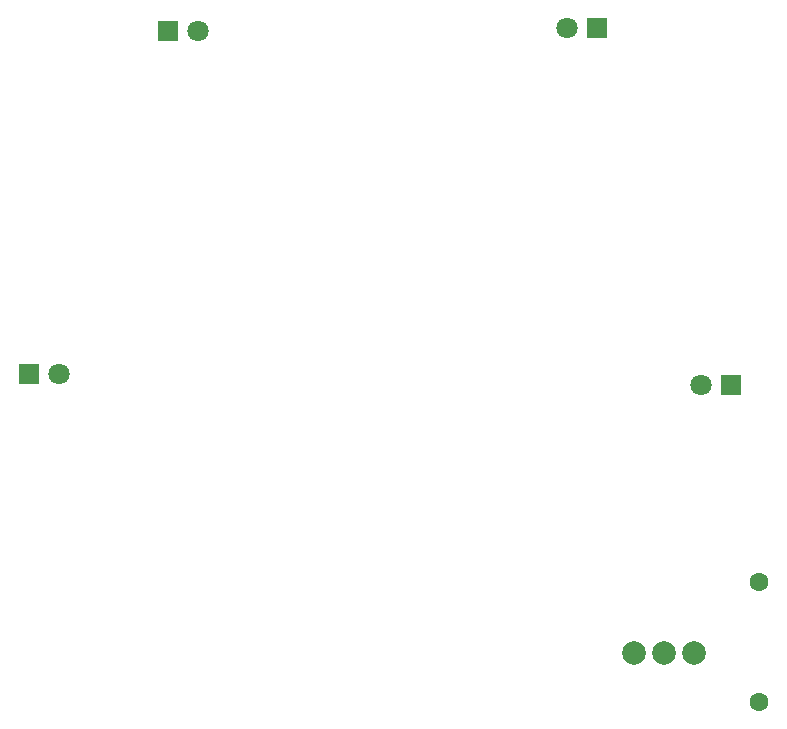
<source format=gbr>
%TF.GenerationSoftware,KiCad,Pcbnew,9.0.6*%
%TF.CreationDate,2025-11-21T09:20:11+01:00*%
%TF.ProjectId,BL_Santa,424c5f53-616e-4746-912e-6b696361645f,rev?*%
%TF.SameCoordinates,Original*%
%TF.FileFunction,Copper,L1,Top*%
%TF.FilePolarity,Positive*%
%FSLAX46Y46*%
G04 Gerber Fmt 4.6, Leading zero omitted, Abs format (unit mm)*
G04 Created by KiCad (PCBNEW 9.0.6) date 2025-11-21 09:20:11*
%MOMM*%
%LPD*%
G01*
G04 APERTURE LIST*
%TA.AperFunction,ComponentPad*%
%ADD10R,1.800000X1.800000*%
%TD*%
%TA.AperFunction,ComponentPad*%
%ADD11C,1.800000*%
%TD*%
%TA.AperFunction,ComponentPad*%
%ADD12C,2.000000*%
%TD*%
%TA.AperFunction,ComponentPad*%
%ADD13C,1.600000*%
%TD*%
G04 APERTURE END LIST*
D10*
%TO.P,D1,1,K*%
%TO.N,Net-(D1-K)*%
X120265000Y-94400000D03*
D11*
%TO.P,D1,2,A*%
%TO.N,Net-(D1-A)*%
X122805000Y-94400000D03*
%TD*%
%TO.P,D3,2,A*%
%TO.N,Net-(D1-A)*%
X177170000Y-95300000D03*
D10*
%TO.P,D3,1,K*%
%TO.N,Net-(D1-K)*%
X179710000Y-95300000D03*
%TD*%
D11*
%TO.P,D4,2,A*%
%TO.N,Net-(D1-A)*%
X165760000Y-65050000D03*
D10*
%TO.P,D4,1,K*%
%TO.N,Net-(D1-K)*%
X168300000Y-65050000D03*
%TD*%
%TO.P,D2,1,K*%
%TO.N,Net-(D1-K)*%
X132015000Y-65300000D03*
D11*
%TO.P,D2,2,A*%
%TO.N,Net-(D1-A)*%
X134555000Y-65300000D03*
%TD*%
D12*
%TO.P,S1,1,A*%
%TO.N,Net-(S1-A-Pad1)*%
X171421900Y-117961900D03*
%TO.P,S1,2,E*%
%TO.N,Net-(S1-E)*%
X173961900Y-117961900D03*
%TO.P,S1,3,A*%
X176501900Y-117961900D03*
%TD*%
D13*
%TO.P,R2,1*%
%TO.N,Net-(S1-E)*%
X182000000Y-112000000D03*
%TO.P,R2,2*%
%TO.N,Net-(D1-A)*%
X182000000Y-122160000D03*
%TD*%
M02*

</source>
